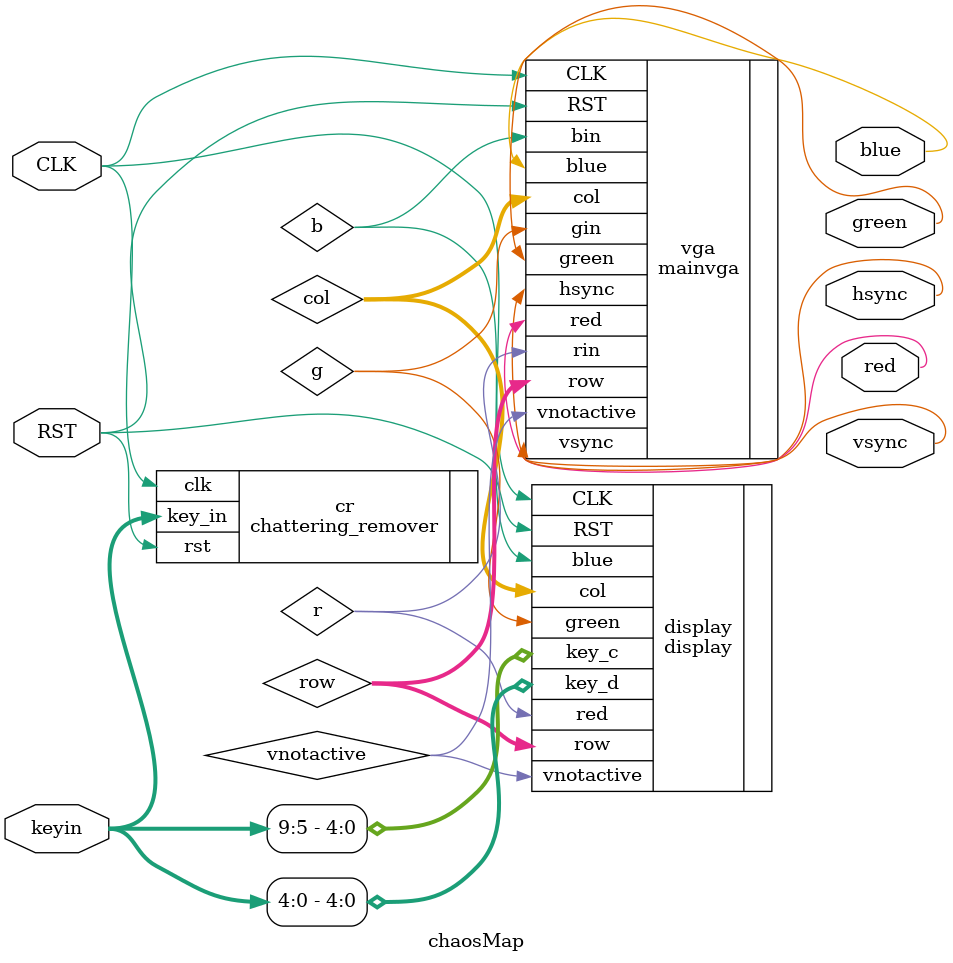
<source format=v>
module chaosMap(keyin, red, green, blue, hsync, vsync, CLK, RST);
	input CLK, RST;
	input [17:0] keyin;
	output red, green, blue, hsync, vsync;
	wire r, g, b, vnotactive;
	wire [9:0] row, col;
	
	mainvga vga(.red(red),.green(green),.blue(blue),.hsync(hsync),.vsync(vsync),.rin(r),.gin(g),.bin(b),.row(row),.col(col),.vnotactive(vnotactive),.CLK(CLK),.RST(RST));
	display display(.red(r),.green(g),.blue(b),.row(row),.col(col),.vnotactive(vnotactive),.key_c(keyin[9:5]),.key_d(keyin[4:0]) ,.CLK(CLK),.RST(RST));
	chattering_remover cr(.key_in(keyin),.clk(CLK),.rst(RST));
endmodule

</source>
